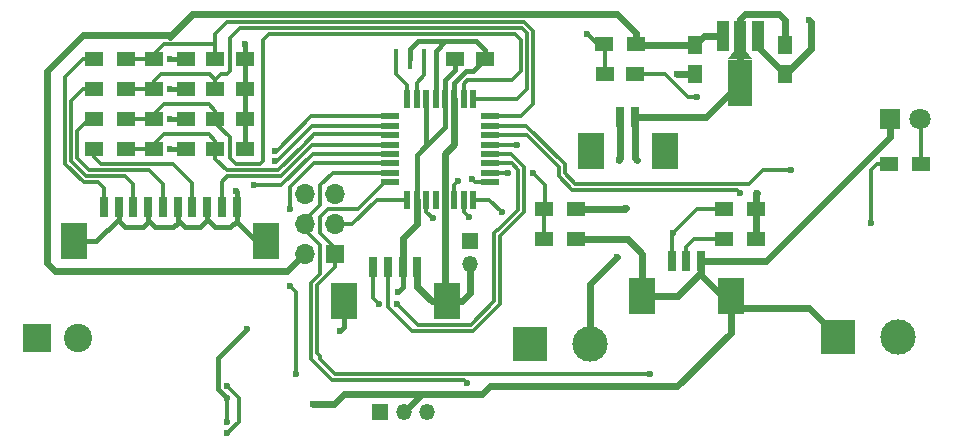
<source format=gtl>
G04 #@! TF.FileFunction,Copper,L1,Top,Signal*
%FSLAX46Y46*%
G04 Gerber Fmt 4.6, Leading zero omitted, Abs format (unit mm)*
G04 Created by KiCad (PCBNEW 4.0.7) date 08/08/19 18:58:54*
%MOMM*%
%LPD*%
G01*
G04 APERTURE LIST*
%ADD10C,0.100000*%
%ADD11R,1.350000X1.350000*%
%ADD12O,1.350000X1.350000*%
%ADD13R,3.000000X3.000000*%
%ADD14C,3.000000*%
%ADD15R,2.400000X2.400000*%
%ADD16C,2.400000*%
%ADD17R,1.600000X1.600000*%
%ADD18O,1.700000X1.700000*%
%ADD19R,1.250000X1.500000*%
%ADD20R,1.500000X1.250000*%
%ADD21R,1.500000X1.300000*%
%ADD22R,1.000000X2.500000*%
%ADD23R,2.000000X4.000000*%
%ADD24R,0.550000X1.600000*%
%ADD25R,1.600000X0.550000*%
%ADD26R,0.400000X1.800000*%
%ADD27R,0.800000X1.700000*%
%ADD28R,2.200000X3.100000*%
%ADD29R,1.800000X1.800000*%
%ADD30C,1.800000*%
%ADD31C,0.600000*%
%ADD32C,0.304800*%
%ADD33C,0.609600*%
%ADD34C,0.406400*%
G04 APERTURE END LIST*
D10*
D11*
X163068000Y-120650000D03*
D12*
X165068000Y-120650000D03*
X167068000Y-120650000D03*
D13*
X175768000Y-114935000D03*
D14*
X180848000Y-114935000D03*
D15*
X133998000Y-114365000D03*
D16*
X137498000Y-114365000D03*
D17*
X159258000Y-107315000D03*
D18*
X156718000Y-107315000D03*
X159258000Y-104775000D03*
X156718000Y-104775000D03*
X159258000Y-102235000D03*
X156718000Y-102235000D03*
D11*
X170688000Y-106172000D03*
D12*
X170688000Y-108172000D03*
D13*
X201803000Y-114300000D03*
D14*
X206883000Y-114300000D03*
D19*
X197358000Y-89555000D03*
X197358000Y-92055000D03*
X189738000Y-89555000D03*
X189738000Y-92055000D03*
D20*
X169438000Y-90805000D03*
X171938000Y-90805000D03*
X149118000Y-90805000D03*
X151618000Y-90805000D03*
X149118000Y-93345000D03*
X151618000Y-93345000D03*
X149118000Y-98425000D03*
X151618000Y-98425000D03*
X184638000Y-92075000D03*
X182138000Y-92075000D03*
X149118000Y-95885000D03*
X151618000Y-95885000D03*
D21*
X206168000Y-99695000D03*
X208868000Y-99695000D03*
X143938000Y-90805000D03*
X146638000Y-90805000D03*
X138858000Y-90805000D03*
X141558000Y-90805000D03*
X143938000Y-93345000D03*
X146638000Y-93345000D03*
X138858000Y-93345000D03*
X141558000Y-93345000D03*
X176958000Y-103505000D03*
X179658000Y-103505000D03*
X143938000Y-98425000D03*
X146638000Y-98425000D03*
X138858000Y-98425000D03*
X141558000Y-98425000D03*
X176958000Y-106045000D03*
X179658000Y-106045000D03*
X182038000Y-89535000D03*
X184738000Y-89535000D03*
X138858000Y-95885000D03*
X141558000Y-95885000D03*
X143938000Y-95885000D03*
X146638000Y-95885000D03*
X194898000Y-103505000D03*
X192198000Y-103505000D03*
X194898000Y-106045000D03*
X192198000Y-106045000D03*
D22*
X195048000Y-88825000D03*
X193548000Y-88825000D03*
X192048000Y-88825000D03*
D23*
X193548000Y-92785000D03*
D10*
G36*
X192548000Y-90810000D02*
X193048000Y-90060000D01*
X194048000Y-90060000D01*
X194548000Y-90810000D01*
X192548000Y-90810000D01*
X192548000Y-90810000D01*
G37*
D24*
X170948000Y-94175000D03*
X170148000Y-94175000D03*
X169348000Y-94175000D03*
X168548000Y-94175000D03*
X167748000Y-94175000D03*
X166948000Y-94175000D03*
X166148000Y-94175000D03*
X165348000Y-94175000D03*
D25*
X163898000Y-95625000D03*
X163898000Y-96425000D03*
X163898000Y-97225000D03*
X163898000Y-98025000D03*
X163898000Y-98825000D03*
X163898000Y-99625000D03*
X163898000Y-100425000D03*
X163898000Y-101225000D03*
D24*
X165348000Y-102675000D03*
X166148000Y-102675000D03*
X166948000Y-102675000D03*
X167748000Y-102675000D03*
X168548000Y-102675000D03*
X169348000Y-102675000D03*
X170148000Y-102675000D03*
X170948000Y-102675000D03*
D25*
X172398000Y-101225000D03*
X172398000Y-100425000D03*
X172398000Y-99625000D03*
X172398000Y-98825000D03*
X172398000Y-98025000D03*
X172398000Y-97225000D03*
X172398000Y-96425000D03*
X172398000Y-95625000D03*
D26*
X164408000Y-90805000D03*
X165608000Y-90805000D03*
X166808000Y-90805000D03*
D27*
X162463000Y-108405000D03*
X163713000Y-108405000D03*
X164963000Y-108405000D03*
X166213000Y-108405000D03*
D28*
X159963000Y-111305000D03*
X168713000Y-111305000D03*
D27*
X183398000Y-95705000D03*
X184648000Y-95705000D03*
D28*
X180898000Y-98605000D03*
X187148000Y-98605000D03*
D27*
X187748000Y-107915000D03*
X188998000Y-107915000D03*
X190248000Y-107915000D03*
D28*
X185248000Y-110815000D03*
X192748000Y-110815000D03*
D27*
X139663000Y-103325000D03*
X140913000Y-103325000D03*
X142163000Y-103325000D03*
X143413000Y-103325000D03*
X144663000Y-103325000D03*
X145913000Y-103325000D03*
X147163000Y-103325000D03*
X148413000Y-103325000D03*
X149663000Y-103325000D03*
X150913000Y-103325000D03*
D28*
X137163000Y-106225000D03*
X153413000Y-106225000D03*
D29*
X206248000Y-95885000D03*
D30*
X208788000Y-95885000D03*
D31*
X180594000Y-88646000D03*
X174625000Y-98044000D03*
X157353000Y-120015000D03*
X199390000Y-87503000D03*
X159639000Y-113792000D03*
X188214000Y-92075000D03*
X150876000Y-101981000D03*
X151638000Y-89535000D03*
X170561000Y-104140000D03*
X187833000Y-105537000D03*
X173355000Y-103759000D03*
X170815000Y-100965000D03*
X176022000Y-100457000D03*
X173863000Y-100457000D03*
X162941000Y-111506000D03*
X164465000Y-111506000D03*
X152400000Y-101473000D03*
X154178000Y-99441000D03*
X150114000Y-118491000D03*
X150114000Y-122428000D03*
X151765000Y-113665000D03*
X154178000Y-98552000D03*
X150114000Y-121539000D03*
X150114000Y-119507000D03*
X204597000Y-104648000D03*
X185928000Y-117475000D03*
X187833000Y-89555000D03*
X164592000Y-110490000D03*
X194945000Y-102108000D03*
X145288000Y-88773000D03*
X145288000Y-90805000D03*
X145288000Y-93345000D03*
X145288000Y-95885000D03*
X145288000Y-98425000D03*
X170434000Y-118237000D03*
X155448000Y-109982000D03*
X155448000Y-103505000D03*
X155956000Y-117475000D03*
X193548000Y-102108000D03*
X197866000Y-100203000D03*
X184785000Y-99314000D03*
X183896000Y-103378000D03*
X189865000Y-93980000D03*
X183261000Y-99314000D03*
X183134000Y-107569000D03*
X167513000Y-104267000D03*
X169672000Y-101092000D03*
D32*
X180594000Y-88646000D02*
X181483000Y-89535000D01*
X181483000Y-89535000D02*
X182038000Y-89535000D01*
X182138000Y-92075000D02*
X182138000Y-89635000D01*
X182138000Y-89635000D02*
X182038000Y-89535000D01*
X172398000Y-98025000D02*
X174606000Y-98025000D01*
X174606000Y-98025000D02*
X174625000Y-98044000D01*
D33*
X168021000Y-119126000D02*
X166592000Y-119126000D01*
X166592000Y-119126000D02*
X165068000Y-120650000D01*
X192748000Y-110815000D02*
X192748000Y-113957000D01*
X159131000Y-120015000D02*
X157353000Y-120015000D01*
X160020000Y-119126000D02*
X159131000Y-120015000D01*
X171704000Y-119126000D02*
X168021000Y-119126000D01*
X168021000Y-119126000D02*
X160020000Y-119126000D01*
X172339000Y-118491000D02*
X171704000Y-119126000D01*
X188214000Y-118491000D02*
X172339000Y-118491000D01*
X192748000Y-113957000D02*
X188214000Y-118491000D01*
X190248000Y-107915000D02*
X195742000Y-107915000D01*
X206248000Y-97409000D02*
X206248000Y-95885000D01*
X195742000Y-107915000D02*
X206248000Y-97409000D01*
X168713000Y-111305000D02*
X170000000Y-111305000D01*
X170000000Y-111305000D02*
X170688000Y-110617000D01*
X170688000Y-110617000D02*
X170688000Y-108172000D01*
X185248000Y-110815000D02*
X185248000Y-107270000D01*
X184023000Y-106045000D02*
X179658000Y-106045000D01*
X185248000Y-107270000D02*
X184023000Y-106045000D01*
X199517000Y-89896000D02*
X197358000Y-92055000D01*
X199390000Y-87503000D02*
X199517000Y-87630000D01*
X199517000Y-87630000D02*
X199517000Y-89896000D01*
D34*
X159963000Y-113468000D02*
X159963000Y-111305000D01*
X159639000Y-113792000D02*
X159963000Y-113468000D01*
X167748000Y-94175000D02*
X167748000Y-90062000D01*
X167748000Y-90062000D02*
X168529000Y-89281000D01*
X165608000Y-90805000D02*
X165608000Y-89916000D01*
X165608000Y-89916000D02*
X166243000Y-89281000D01*
X166243000Y-89281000D02*
X168529000Y-89281000D01*
X168529000Y-89281000D02*
X171196000Y-89281000D01*
X171196000Y-89281000D02*
X171938000Y-90023000D01*
X171938000Y-90023000D02*
X171938000Y-90805000D01*
X169348000Y-94175000D02*
X169348000Y-92780000D01*
X170922000Y-91821000D02*
X171938000Y-90805000D01*
X170307000Y-91821000D02*
X170922000Y-91821000D01*
X169348000Y-92780000D02*
X170307000Y-91821000D01*
D33*
X168548000Y-102675000D02*
X168548000Y-98787000D01*
X169348000Y-97987000D02*
X169348000Y-94175000D01*
X168548000Y-98787000D02*
X169348000Y-97987000D01*
X166213000Y-108405000D02*
X166213000Y-110079000D01*
X167439000Y-111305000D02*
X168713000Y-111305000D01*
X166213000Y-110079000D02*
X167439000Y-111305000D01*
X168548000Y-102675000D02*
X168548000Y-111140000D01*
X168548000Y-111140000D02*
X168713000Y-111305000D01*
X188234000Y-92055000D02*
X189738000Y-92055000D01*
X188214000Y-92075000D02*
X188234000Y-92055000D01*
X195048000Y-88825000D02*
X195048000Y-89745000D01*
X195048000Y-89745000D02*
X197358000Y-92055000D01*
D34*
X150913000Y-103325000D02*
X150913000Y-102018000D01*
X150913000Y-102018000D02*
X150876000Y-101981000D01*
X151618000Y-89555000D02*
X151618000Y-90805000D01*
X151638000Y-89535000D02*
X151618000Y-89555000D01*
X140913000Y-103325000D02*
X140913000Y-104324000D01*
X139012000Y-106225000D02*
X137163000Y-106225000D01*
X140913000Y-104324000D02*
X139012000Y-106225000D01*
X150913000Y-103325000D02*
X150913000Y-104558000D01*
X150913000Y-104558000D02*
X152580000Y-106225000D01*
X152580000Y-106225000D02*
X153413000Y-106225000D01*
X148413000Y-103325000D02*
X148413000Y-104344000D01*
X150913000Y-104484000D02*
X150913000Y-103325000D01*
X150368000Y-105029000D02*
X150913000Y-104484000D01*
X149098000Y-105029000D02*
X150368000Y-105029000D01*
X148413000Y-104344000D02*
X149098000Y-105029000D01*
X145913000Y-103325000D02*
X145913000Y-104384000D01*
X148413000Y-104444000D02*
X148413000Y-103325000D01*
X147828000Y-105029000D02*
X148413000Y-104444000D01*
X146558000Y-105029000D02*
X147828000Y-105029000D01*
X145913000Y-104384000D02*
X146558000Y-105029000D01*
X143413000Y-103325000D02*
X143413000Y-104424000D01*
X145913000Y-104658000D02*
X145913000Y-103325000D01*
X145542000Y-105029000D02*
X145913000Y-104658000D01*
X144018000Y-105029000D02*
X145542000Y-105029000D01*
X143413000Y-104424000D02*
X144018000Y-105029000D01*
X140913000Y-103325000D02*
X140913000Y-104464000D01*
X143413000Y-104618000D02*
X143413000Y-103325000D01*
X143002000Y-105029000D02*
X143413000Y-104618000D01*
X141478000Y-105029000D02*
X143002000Y-105029000D01*
X140913000Y-104464000D02*
X141478000Y-105029000D01*
X151618000Y-93345000D02*
X151618000Y-90805000D01*
X151618000Y-95885000D02*
X151618000Y-93345000D01*
X151618000Y-98425000D02*
X151618000Y-95885000D01*
D33*
X185248000Y-110815000D02*
X184968000Y-110815000D01*
X188270000Y-110815000D02*
X185248000Y-110815000D01*
X190248000Y-108837000D02*
X188270000Y-110815000D01*
X192748000Y-110815000D02*
X191968000Y-110815000D01*
X191968000Y-110815000D02*
X190248000Y-109095000D01*
X201803000Y-114300000D02*
X199390000Y-111887000D01*
X199390000Y-111887000D02*
X193820000Y-111887000D01*
X193820000Y-111887000D02*
X192748000Y-110815000D01*
D32*
X170148000Y-103727000D02*
X170561000Y-104140000D01*
X170148000Y-102675000D02*
X170148000Y-103727000D01*
X170948000Y-102675000D02*
X172271000Y-102675000D01*
X172271000Y-102675000D02*
X173355000Y-103759000D01*
X187833000Y-105537000D02*
X187748000Y-105622000D01*
X173296000Y-103818000D02*
X173355000Y-103759000D01*
X187748000Y-107915000D02*
X187748000Y-105622000D01*
X189865000Y-103505000D02*
X192198000Y-103505000D01*
X187748000Y-105622000D02*
X189865000Y-103505000D01*
X172398000Y-101225000D02*
X171075000Y-101225000D01*
X171075000Y-101225000D02*
X170815000Y-100965000D01*
X172398000Y-100425000D02*
X173831000Y-100425000D01*
X177038000Y-101473000D02*
X177038000Y-103425000D01*
X176022000Y-100457000D02*
X177038000Y-101473000D01*
X173831000Y-100425000D02*
X173863000Y-100457000D01*
X177038000Y-103425000D02*
X176958000Y-103505000D01*
X176958000Y-106045000D02*
X176958000Y-103505000D01*
X173018904Y-105286198D02*
X172970802Y-105286198D01*
X174222102Y-99625000D02*
X174752000Y-100154898D01*
X174752000Y-100154898D02*
X174752000Y-103553102D01*
X174752000Y-103553102D02*
X173018904Y-105286198D01*
X172398000Y-99625000D02*
X174222102Y-99625000D01*
X162463000Y-111028000D02*
X162463000Y-108405000D01*
X162941000Y-111506000D02*
X162463000Y-111028000D01*
X166243000Y-113284000D02*
X164465000Y-111506000D01*
X170736102Y-113284000D02*
X166243000Y-113284000D01*
X172723198Y-111296904D02*
X170736102Y-113284000D01*
X172723198Y-105533802D02*
X172723198Y-111296904D01*
X172970802Y-105286198D02*
X172723198Y-105533802D01*
X173228000Y-105791000D02*
X173228000Y-111506000D01*
X172398000Y-98825000D02*
X174136000Y-98825000D01*
X174136000Y-98825000D02*
X175260000Y-99949000D01*
X175260000Y-99949000D02*
X175260000Y-103759000D01*
X175260000Y-103759000D02*
X173228000Y-105791000D01*
X163713000Y-111770000D02*
X163713000Y-108405000D01*
X165735000Y-113792000D02*
X163713000Y-111770000D01*
X170942000Y-113792000D02*
X165735000Y-113792000D01*
X173228000Y-111506000D02*
X170942000Y-113792000D01*
X163898000Y-98825000D02*
X157334000Y-98825000D01*
X154686000Y-101473000D02*
X152400000Y-101473000D01*
X157334000Y-98825000D02*
X154686000Y-101473000D01*
X149663000Y-103325000D02*
X149663000Y-101158802D01*
X157323898Y-98025000D02*
X163898000Y-98025000D01*
X154637898Y-100711000D02*
X157323898Y-98025000D01*
X150110802Y-100711000D02*
X154637898Y-100711000D01*
X149663000Y-101158802D02*
X150110802Y-100711000D01*
X143938000Y-98425000D02*
X143938000Y-97997000D01*
X143938000Y-97997000D02*
X144780000Y-97155000D01*
X149118000Y-97683000D02*
X149118000Y-98425000D01*
X148590000Y-97155000D02*
X149118000Y-97683000D01*
X144780000Y-97155000D02*
X148590000Y-97155000D01*
X141558000Y-98425000D02*
X143938000Y-98425000D01*
X156610000Y-98025000D02*
X157480000Y-97155000D01*
X149118000Y-99207000D02*
X150114000Y-100203000D01*
X149118000Y-98425000D02*
X149118000Y-99207000D01*
X150114000Y-100203000D02*
X154432000Y-100203000D01*
X154432000Y-100203000D02*
X156610000Y-98025000D01*
X157480000Y-97155000D02*
X163828000Y-97155000D01*
X163828000Y-97155000D02*
X163898000Y-97225000D01*
X157321000Y-96425000D02*
X154305000Y-99441000D01*
X154305000Y-99441000D02*
X154178000Y-99441000D01*
X163898000Y-96425000D02*
X157321000Y-96425000D01*
X151130000Y-119507000D02*
X150114000Y-118491000D01*
X151130000Y-121539000D02*
X151130000Y-119507000D01*
X150114000Y-122428000D02*
X151130000Y-121539000D01*
D34*
X151765000Y-113665000D02*
X149352000Y-116078000D01*
X149352000Y-116078000D02*
X149352000Y-118745000D01*
X150114000Y-119507000D02*
X149352000Y-118745000D01*
D32*
X157232000Y-95625000D02*
X154305000Y-98552000D01*
X154305000Y-98552000D02*
X154178000Y-98552000D01*
X157232000Y-95625000D02*
X163898000Y-95625000D01*
X150114000Y-119507000D02*
X150114000Y-121539000D01*
X153162000Y-99441000D02*
X153162000Y-89154000D01*
X170148000Y-94175000D02*
X170148000Y-92869000D01*
X170434000Y-92583000D02*
X170148000Y-92869000D01*
X174244000Y-92583000D02*
X170434000Y-92583000D01*
X175006000Y-91821000D02*
X174244000Y-92583000D01*
X175006000Y-89184796D02*
X175006000Y-91821000D01*
X152908000Y-99695000D02*
X153162000Y-99441000D01*
X150876000Y-99695000D02*
X152908000Y-99695000D01*
X150368000Y-99187000D02*
X150876000Y-99695000D01*
X150368000Y-97409000D02*
X150368000Y-99187000D01*
X150368000Y-97409000D02*
X149118000Y-96159000D01*
X174483010Y-88661806D02*
X175006000Y-89184796D01*
X153654194Y-88661806D02*
X174483010Y-88661806D01*
X153162000Y-89154000D02*
X153654194Y-88661806D01*
X143938000Y-95885000D02*
X143938000Y-95457000D01*
X143938000Y-95457000D02*
X144780000Y-94615000D01*
X149118000Y-95143000D02*
X149118000Y-95885000D01*
X148590000Y-94615000D02*
X149118000Y-95143000D01*
X144780000Y-94615000D02*
X148590000Y-94615000D01*
X141558000Y-95885000D02*
X143938000Y-95885000D01*
X149118000Y-95885000D02*
X149118000Y-96159000D01*
X175517198Y-88982096D02*
X175517198Y-88601096D01*
X175517198Y-93341802D02*
X174684000Y-94175000D01*
X175517198Y-88982096D02*
X175517198Y-93341802D01*
X150368000Y-91821000D02*
X150368000Y-88978898D01*
X150114000Y-92075000D02*
X150368000Y-91821000D01*
X149606000Y-92075000D02*
X150114000Y-92075000D01*
X149118000Y-92563000D02*
X149606000Y-92075000D01*
X174684000Y-94175000D02*
X170948000Y-94175000D01*
X151189894Y-88157004D02*
X150368000Y-88978898D01*
X175073106Y-88157004D02*
X151189894Y-88157004D01*
X175517198Y-88601096D02*
X175073106Y-88157004D01*
X143938000Y-93345000D02*
X143938000Y-92663000D01*
X148630000Y-92075000D02*
X149118000Y-92563000D01*
X144526000Y-92075000D02*
X148630000Y-92075000D01*
X143938000Y-92663000D02*
X144526000Y-92075000D01*
X141558000Y-93345000D02*
X143938000Y-93345000D01*
X149118000Y-93345000D02*
X149118000Y-92563000D01*
X149098000Y-89535000D02*
X149098000Y-88668202D01*
X176022000Y-88773000D02*
X176022000Y-94615000D01*
X176022000Y-94615000D02*
X175012000Y-95625000D01*
X175012000Y-95625000D02*
X172398000Y-95625000D01*
X176022000Y-88392000D02*
X176022000Y-88773000D01*
X175282202Y-87652202D02*
X176022000Y-88392000D01*
X150114000Y-87652202D02*
X175282202Y-87652202D01*
X149098000Y-88668202D02*
X150114000Y-87652202D01*
X143938000Y-90805000D02*
X143938000Y-90377000D01*
X143938000Y-90377000D02*
X144780000Y-89535000D01*
X144780000Y-89535000D02*
X149098000Y-89535000D01*
X149098000Y-89535000D02*
X149118000Y-89535000D01*
X141558000Y-90805000D02*
X143938000Y-90805000D01*
X149118000Y-90805000D02*
X149118000Y-89535000D01*
X149118000Y-89535000D02*
X149118000Y-89515000D01*
X206168000Y-99695000D02*
X205105000Y-99695000D01*
X204597000Y-100203000D02*
X205105000Y-99695000D01*
X204597000Y-104648000D02*
X204597000Y-100203000D01*
X159258000Y-104775000D02*
X160655000Y-104775000D01*
X162755000Y-102675000D02*
X165348000Y-102675000D01*
X160655000Y-104775000D02*
X162755000Y-102675000D01*
X169418000Y-117475000D02*
X185928000Y-117475000D01*
X157988000Y-115954198D02*
X157730802Y-115697000D01*
X157730802Y-115697000D02*
X157730802Y-109937096D01*
X157730802Y-109937096D02*
X159258000Y-108409898D01*
X159258000Y-107315000D02*
X159258000Y-108409898D01*
X159258000Y-117475000D02*
X157988000Y-116205000D01*
X169418000Y-117475000D02*
X159258000Y-117475000D01*
X157988000Y-116205000D02*
X157988000Y-115954198D01*
X157988000Y-104140000D02*
X157988000Y-105537000D01*
X158623000Y-103505000D02*
X157988000Y-104140000D01*
X161211102Y-103505000D02*
X158623000Y-103505000D01*
X163491102Y-101225000D02*
X161211102Y-103505000D01*
X157988000Y-105537000D02*
X159258000Y-106807000D01*
X159258000Y-106807000D02*
X159258000Y-107315000D01*
X163898000Y-101225000D02*
X163491102Y-101225000D01*
D33*
X156718000Y-107315000D02*
X156591000Y-107315000D01*
X156591000Y-107315000D02*
X155194000Y-108712000D01*
X137922000Y-88773000D02*
X145288000Y-88773000D01*
X134874000Y-91821000D02*
X137922000Y-88773000D01*
X134874000Y-108077000D02*
X134874000Y-91821000D01*
X135509000Y-108712000D02*
X134874000Y-108077000D01*
X155194000Y-108712000D02*
X135509000Y-108712000D01*
D34*
X164963000Y-110119000D02*
X164963000Y-108405000D01*
X164592000Y-110490000D02*
X164963000Y-110119000D01*
X166948000Y-94175000D02*
X166948000Y-98101000D01*
X166948000Y-98101000D02*
X166148000Y-98901000D01*
X166148000Y-102675000D02*
X166148000Y-98901000D01*
X168548000Y-96501000D02*
X168548000Y-94175000D01*
X166148000Y-98901000D02*
X168548000Y-96501000D01*
X168548000Y-94175000D02*
X168548000Y-92564000D01*
X168548000Y-92564000D02*
X169438000Y-91674000D01*
X169438000Y-91674000D02*
X169438000Y-90805000D01*
D33*
X166148000Y-102675000D02*
X166148000Y-104743000D01*
X164963000Y-105928000D02*
X164963000Y-108405000D01*
X166148000Y-104743000D02*
X164963000Y-105928000D01*
X194898000Y-103505000D02*
X194898000Y-102155000D01*
X194898000Y-102155000D02*
X194945000Y-102108000D01*
X192048000Y-88825000D02*
X192048000Y-88416000D01*
X194898000Y-106045000D02*
X194898000Y-103505000D01*
X184738000Y-89535000D02*
X184738000Y-88599000D01*
X145288000Y-88877798D02*
X145288000Y-88773000D01*
X147170798Y-86995000D02*
X145288000Y-88877798D01*
X183134000Y-86995000D02*
X147170798Y-86995000D01*
X184738000Y-88599000D02*
X183134000Y-86995000D01*
X189738000Y-89555000D02*
X187833000Y-89555000D01*
X187833000Y-89555000D02*
X184758000Y-89555000D01*
X184758000Y-89555000D02*
X184738000Y-89535000D01*
X192048000Y-88825000D02*
X190468000Y-88825000D01*
X190468000Y-88825000D02*
X189738000Y-89555000D01*
D34*
X146638000Y-90805000D02*
X145288000Y-90805000D01*
X146638000Y-93345000D02*
X145288000Y-93345000D01*
X146638000Y-95885000D02*
X145288000Y-95885000D01*
X146638000Y-98425000D02*
X145288000Y-98425000D01*
D32*
X157226000Y-116205000D02*
X157483198Y-116462198D01*
X170434000Y-118237000D02*
X170180000Y-117983000D01*
X170180000Y-117983000D02*
X159004000Y-117983000D01*
X159004000Y-117983000D02*
X157483198Y-116462198D01*
X156718000Y-104775000D02*
X156718000Y-105283000D01*
X156718000Y-105283000D02*
X157988000Y-106553000D01*
X157226000Y-109728000D02*
X157226000Y-116205000D01*
X157988000Y-108966000D02*
X157226000Y-109728000D01*
X157988000Y-106553000D02*
X157988000Y-108966000D01*
X161624102Y-100425000D02*
X159036000Y-100425000D01*
X163898000Y-100425000D02*
X161624102Y-100425000D01*
X157988000Y-103124000D02*
X156718000Y-104394000D01*
X157988000Y-101473000D02*
X157988000Y-103124000D01*
X159036000Y-100425000D02*
X157988000Y-101473000D01*
X156718000Y-104394000D02*
X156718000Y-104775000D01*
X163898000Y-99625000D02*
X157423000Y-99625000D01*
X155956000Y-110490000D02*
X155956000Y-117475000D01*
X155448000Y-109982000D02*
X155956000Y-110490000D01*
X155448000Y-101600000D02*
X155448000Y-103505000D01*
X157423000Y-99625000D02*
X155448000Y-101600000D01*
X155956000Y-117475000D02*
X155956000Y-116843198D01*
X172398000Y-97225000D02*
X175505102Y-97225000D01*
X193290802Y-101850802D02*
X193548000Y-102108000D01*
X179320802Y-101850802D02*
X193290802Y-101850802D01*
X178181000Y-100711000D02*
X179320802Y-101850802D01*
X178181000Y-99900898D02*
X178181000Y-100711000D01*
X175505102Y-97225000D02*
X178181000Y-99900898D01*
X172398000Y-96425000D02*
X175419000Y-96425000D01*
X195453000Y-100203000D02*
X197866000Y-100203000D01*
X194310000Y-101346000D02*
X195453000Y-100203000D01*
X179578000Y-101346000D02*
X194310000Y-101346000D01*
X178689000Y-100457000D02*
X179578000Y-101346000D01*
X178689000Y-99695000D02*
X178689000Y-100457000D01*
X175419000Y-96425000D02*
X178689000Y-99695000D01*
D33*
X184648000Y-95705000D02*
X190628000Y-95705000D01*
X190628000Y-95705000D02*
X193548000Y-92785000D01*
X179658000Y-103505000D02*
X183769000Y-103505000D01*
X184648000Y-99177000D02*
X184648000Y-95705000D01*
X184785000Y-99314000D02*
X184648000Y-99177000D01*
X183769000Y-103505000D02*
X183896000Y-103378000D01*
X193548000Y-90435000D02*
X193548000Y-88825000D01*
X193548000Y-88825000D02*
X193548000Y-87376000D01*
X197358000Y-87503000D02*
X197358000Y-89555000D01*
X196850000Y-86995000D02*
X197358000Y-87503000D01*
X193929000Y-86995000D02*
X196850000Y-86995000D01*
X193548000Y-87376000D02*
X193929000Y-86995000D01*
X193548000Y-92785000D02*
X193548000Y-88825000D01*
D32*
X184638000Y-92075000D02*
X187198000Y-92075000D01*
X189103000Y-93980000D02*
X189865000Y-93980000D01*
X187198000Y-92075000D02*
X189103000Y-93980000D01*
X139663000Y-103325000D02*
X139663000Y-101680406D01*
X137922000Y-90805000D02*
X138858000Y-90805000D01*
X136401198Y-92325802D02*
X137922000Y-90805000D01*
X136401198Y-99650096D02*
X136401198Y-92325802D01*
X137960508Y-101209406D02*
X136401198Y-99650096D01*
X139192000Y-101209406D02*
X137960508Y-101209406D01*
X139663000Y-101680406D02*
X139192000Y-101209406D01*
X188998000Y-107915000D02*
X188998000Y-106658000D01*
X189611000Y-106045000D02*
X192198000Y-106045000D01*
X188998000Y-106658000D02*
X189611000Y-106045000D01*
D33*
X183398000Y-99177000D02*
X183398000Y-95705000D01*
X183261000Y-99314000D02*
X183398000Y-99177000D01*
X183134000Y-107569000D02*
X183134000Y-107569000D01*
X180848000Y-114935000D02*
X180848000Y-109855000D01*
X180848000Y-109855000D02*
X183134000Y-107569000D01*
D32*
X166148000Y-94175000D02*
X166148000Y-92805000D01*
X166808000Y-92145000D02*
X166808000Y-90805000D01*
X166148000Y-92805000D02*
X166808000Y-92145000D01*
X165348000Y-94175000D02*
X165348000Y-92958000D01*
X164408000Y-92018000D02*
X164408000Y-90805000D01*
X165348000Y-92958000D02*
X164408000Y-92018000D01*
X142163000Y-103325000D02*
X142163000Y-101396000D01*
X137922000Y-93345000D02*
X138858000Y-93345000D01*
X136906000Y-94361000D02*
X137922000Y-93345000D01*
X136906000Y-99441000D02*
X136906000Y-94361000D01*
X138169604Y-100704604D02*
X136906000Y-99441000D01*
X141471604Y-100704604D02*
X138169604Y-100704604D01*
X142163000Y-101396000D02*
X141471604Y-100704604D01*
X137414000Y-99187000D02*
X137414000Y-96901000D01*
X144663000Y-101352802D02*
X143510000Y-100199802D01*
X143510000Y-100199802D02*
X138426802Y-100199802D01*
X138426802Y-100199802D02*
X137414000Y-99187000D01*
X144663000Y-103325000D02*
X144663000Y-101352802D01*
X137414000Y-96901000D02*
X138430000Y-95885000D01*
X138430000Y-95885000D02*
X138858000Y-95885000D01*
X147163000Y-103325000D02*
X147163000Y-101316000D01*
X138858000Y-99107000D02*
X138858000Y-98425000D01*
X139446000Y-99695000D02*
X138858000Y-99107000D01*
X145542000Y-99695000D02*
X139446000Y-99695000D01*
X147163000Y-101316000D02*
X145542000Y-99695000D01*
X208868000Y-99695000D02*
X208868000Y-95965000D01*
X208868000Y-95965000D02*
X208788000Y-95885000D01*
X166948000Y-102675000D02*
X166948000Y-103702000D01*
X166948000Y-103702000D02*
X167513000Y-104267000D01*
X169348000Y-102675000D02*
X169348000Y-101416000D01*
X169348000Y-101416000D02*
X169672000Y-101092000D01*
M02*

</source>
